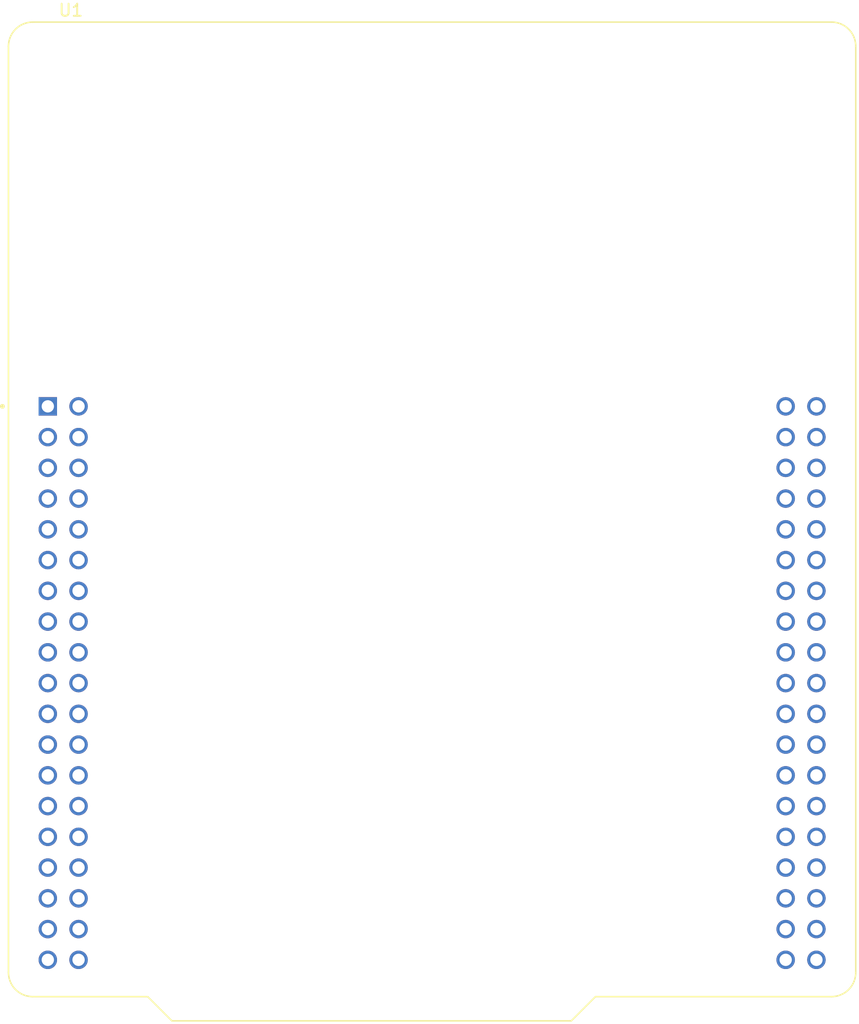
<source format=kicad_pcb>
(kicad_pcb (version 20241229) (generator "pcbnew") (generator_version "9.0")
  (layers (0 "F.Cu" signal) (2 "B.Cu" signal) (13 "F.Paste" user) (15 "B.Paste" user) (5 "F.SilkS" user "F.Silkscreen") (7 "B.SilkS" user "B.Silkscreen") (1 "F.Mask" user) (3 "B.Mask" user) (25 "Edge.Cuts" user))
  (net 0 "")
  (footprint "MyLibrary:MODULE_NUCLEO-F302R8" (layer "F.Cu") (at 124.75 85.29)
    (property "Reference" "U1" (at -29.845 -42.2275 0) (layer "F.SilkS"))
    (property "Value" "NUCLEO-F302R8")
    (fp_line (start -35 -39.25) (end -35 37.25) (stroke (width 0.127)) (layer "F.SilkS"))
    (fp_line (start -33 -41.25) (end 33 -41.25) (stroke (width 0.127)) (layer "F.SilkS"))
    (fp_line (start -33 39.25) (end -23.5 39.25) (stroke (width 0.127)) (layer "F.SilkS"))
    (fp_line (start -23.5 39.25) (end -21.5 41.25) (stroke (width 0.127)) (layer "F.SilkS"))
    (fp_line (start -21.5 41.25) (end 11.5 41.25) (stroke (width 0.127)) (layer "F.SilkS"))
    (fp_line (start 11.5 41.25) (end 13.5 39.25) (stroke (width 0.127)) (layer "F.SilkS"))
    (fp_line (start 13.5 39.25) (end 33 39.25) (stroke (width 0.127)) (layer "F.SilkS"))
    (fp_line (start 35 37.25) (end 35 -39.25) (stroke (width 0.127)) (layer "F.SilkS"))
    (fp_arc (start -35 -39.25) (mid -34.414214 -40.664214) (end -33 -41.25) (stroke (width 0.127)) (layer "F.SilkS"))
    (fp_arc (start -33 39.25) (mid -34.414214 38.664214) (end -35 37.25) (stroke (width 0.127)) (layer "F.SilkS"))
    (fp_arc (start 33 -41.25) (mid 34.414214 -40.664214) (end 35 -39.25) (stroke (width 0.127)) (layer "F.SilkS"))
    (fp_arc (start 35 37.25) (mid 34.414214 38.664214) (end 33 39.25) (stroke (width 0.127)) (layer "F.SilkS"))
    (fp_circle (center -35.5 -9.51) (end -35.4 -9.51) (stroke (width 0.2)) (fill no) (layer "F.SilkS"))
    (pad "" np_thru_hole circle (at -24.13 -13.32) (size 3.2 3.2) (drill 3.2) (layers "*.Cu" "*.Mask"))
    (pad "" np_thru_hole circle (at 8.89 38.75) (size 3.2 3.2) (drill 3.2) (layers "*.Cu" "*.Mask"))
    (pad "" np_thru_hole circle (at 24.13 -12.05) (size 3.2 3.2) (drill 3.2) (layers "*.Cu" "*.Mask"))
    (pad "CN7_1" thru_hole rect (at -31.75 -9.51) (size 1.524 1.524) (drill 1.016) (layers "*.Cu" "*.Mask"))
    (pad "CN7_2" thru_hole circle (at -29.21 -9.51) (size 1.524 1.524) (drill 1.016) (layers "*.Cu" "*.Mask"))
    (pad "CN7_3" thru_hole circle (at -31.75 -6.97) (size 1.524 1.524) (drill 1.016) (layers "*.Cu" "*.Mask"))
    (pad "CN7_4" thru_hole circle (at -29.21 -6.97) (size 1.524 1.524) (drill 1.016) (layers "*.Cu" "*.Mask"))
    (pad "CN7_5" thru_hole circle (at -31.75 -4.43) (size 1.524 1.524) (drill 1.016) (layers "*.Cu" "*.Mask"))
    (pad "CN7_6" thru_hole circle (at -29.21 -4.43) (size 1.524 1.524) (drill 1.016) (layers "*.Cu" "*.Mask"))
    (pad "CN7_7" thru_hole circle (at -31.75 -1.89) (size 1.524 1.524) (drill 1.016) (layers "*.Cu" "*.Mask"))
    (pad "CN7_8" thru_hole circle (at -29.21 -1.89) (size 1.524 1.524) (drill 1.016) (layers "*.Cu" "*.Mask"))
    (pad "CN7_9" thru_hole circle (at -31.75 0.65) (size 1.524 1.524) (drill 1.016) (layers "*.Cu" "*.Mask"))
    (pad "CN7_10" thru_hole circle (at -29.21 0.65) (size 1.524 1.524) (drill 1.016) (layers "*.Cu" "*.Mask"))
    (pad "CN7_11" thru_hole circle (at -31.75 3.19) (size 1.524 1.524) (drill 1.016) (layers "*.Cu" "*.Mask"))
    (pad "CN7_12" thru_hole circle (at -29.21 3.19) (size 1.524 1.524) (drill 1.016) (layers "*.Cu" "*.Mask"))
    (pad "CN7_13" thru_hole circle (at -31.75 5.73) (size 1.524 1.524) (drill 1.016) (layers "*.Cu" "*.Mask"))
    (pad "CN7_14" thru_hole circle (at -29.21 5.73) (size 1.524 1.524) (drill 1.016) (layers "*.Cu" "*.Mask"))
    (pad "CN7_15" thru_hole circle (at -31.75 8.27) (size 1.524 1.524) (drill 1.016) (layers "*.Cu" "*.Mask"))
    (pad "CN7_16" thru_hole circle (at -29.21 8.27) (size 1.524 1.524) (drill 1.016) (layers "*.Cu" "*.Mask"))
    (pad "CN7_17" thru_hole circle (at -31.75 10.81) (size 1.524 1.524) (drill 1.016) (layers "*.Cu" "*.Mask"))
    (pad "CN7_18" thru_hole circle (at -29.21 10.81) (size 1.524 1.524) (drill 1.016) (layers "*.Cu" "*.Mask"))
    (pad "CN7_19" thru_hole circle (at -31.75 13.35) (size 1.524 1.524) (drill 1.016) (layers "*.Cu" "*.Mask"))
    (pad "CN7_20" thru_hole circle (at -29.21 13.35) (size 1.524 1.524) (drill 1.016) (layers "*.Cu" "*.Mask"))
    (pad "CN7_21" thru_hole circle (at -31.75 15.89) (size 1.524 1.524) (drill 1.016) (layers "*.Cu" "*.Mask"))
    (pad "CN7_22" thru_hole circle (at -29.21 15.89) (size 1.524 1.524) (drill 1.016) (layers "*.Cu" "*.Mask"))
    (pad "CN7_23" thru_hole circle (at -31.75 18.43) (size 1.524 1.524) (drill 1.016) (layers "*.Cu" "*.Mask"))
    (pad "CN7_24" thru_hole circle (at -29.21 18.43) (size 1.524 1.524) (drill 1.016) (layers "*.Cu" "*.Mask"))
    (pad "CN7_25" thru_hole circle (at -31.75 20.97) (size 1.524 1.524) (drill 1.016) (layers "*.Cu" "*.Mask"))
    (pad "CN7_26" thru_hole circle (at -29.21 20.97) (size 1.524 1.524) (drill 1.016) (layers "*.Cu" "*.Mask"))
    (pad "CN7_27" thru_hole circle (at -31.75 23.51) (size 1.524 1.524) (drill 1.016) (layers "*.Cu" "*.Mask"))
    (pad "CN7_28" thru_hole circle (at -29.21 23.51) (size 1.524 1.524) (drill 1.016) (layers "*.Cu" "*.Mask"))
    (pad "CN7_29" thru_hole circle (at -31.75 26.05) (size 1.524 1.524) (drill 1.016) (layers "*.Cu" "*.Mask"))
    (pad "CN7_30" thru_hole circle (at -29.21 26.05) (size 1.524 1.524) (drill 1.016) (layers "*.Cu" "*.Mask"))
    (pad "CN7_31" thru_hole circle (at -31.75 28.59) (size 1.524 1.524) (drill 1.016) (layers "*.Cu" "*.Mask"))
    (pad "CN7_32" thru_hole circle (at -29.21 28.59) (size 1.524 1.524) (drill 1.016) (layers "*.Cu" "*.Mask"))
    (pad "CN7_33" thru_hole circle (at -31.75 31.13) (size 1.524 1.524) (drill 1.016) (layers "*.Cu" "*.Mask"))
    (pad "CN7_34" thru_hole circle (at -29.21 31.13) (size 1.524 1.524) (drill 1.016) (layers "*.Cu" "*.Mask"))
    (pad "CN7_35" thru_hole circle (at -31.75 33.67) (size 1.524 1.524) (drill 1.016) (layers "*.Cu" "*.Mask"))
    (pad "CN7_36" thru_hole circle (at -29.21 33.67) (size 1.524 1.524) (drill 1.016) (layers "*.Cu" "*.Mask"))
    (pad "CN7_37" thru_hole circle (at -31.75 36.21) (size 1.524 1.524) (drill 1.016) (layers "*.Cu" "*.Mask"))
    (pad "CN7_38" thru_hole circle (at -29.21 36.21) (size 1.524 1.524) (drill 1.016) (layers "*.Cu" "*.Mask"))
    (pad "CN10_1" thru_hole circle (at 29.21 -9.51) (size 1.524 1.524) (drill 1.016) (layers "*.Cu" "*.Mask"))
    (pad "CN10_2" thru_hole circle (at 31.75 -9.51) (size 1.524 1.524) (drill 1.016) (layers "*.Cu" "*.Mask"))
    (pad "CN10_3" thru_hole circle (at 29.21 -6.97) (size 1.524 1.524) (drill 1.016) (layers "*.Cu" "*.Mask"))
    (pad "CN10_4" thru_hole circle (at 31.75 -6.97) (size 1.524 1.524) (drill 1.016) (layers "*.Cu" "*.Mask"))
    (pad "CN10_5" thru_hole circle (at 29.21 -4.43) (size 1.524 1.524) (drill 1.016) (layers "*.Cu" "*.Mask"))
    (pad "CN10_6" thru_hole circle (at 31.75 -4.43) (size 1.524 1.524) (drill 1.016) (layers "*.Cu" "*.Mask"))
    (pad "CN10_7" thru_hole circle (at 29.21 -1.89) (size 1.524 1.524) (drill 1.016) (layers "*.Cu" "*.Mask"))
    (pad "CN10_8" thru_hole circle (at 31.75 -1.89) (size 1.524 1.524) (drill 1.016) (layers "*.Cu" "*.Mask"))
    (pad "CN10_9" thru_hole circle (at 29.21 0.65) (size 1.524 1.524) (drill 1.016) (layers "*.Cu" "*.Mask"))
    (pad "CN10_10" thru_hole circle (at 31.75 0.65) (size 1.524 1.524) (drill 1.016) (layers "*.Cu" "*.Mask"))
    (pad "CN10_11" thru_hole circle (at 29.21 3.19) (size 1.524 1.524) (drill 1.016) (layers "*.Cu" "*.Mask"))
    (pad "CN10_12" thru_hole circle (at 31.75 3.19) (size 1.524 1.524) (drill 1.016) (layers "*.Cu" "*.Mask"))
    (pad "CN10_13" thru_hole circle (at 29.21 5.73) (size 1.524 1.524) (drill 1.016) (layers "*.Cu" "*.Mask"))
    (pad "CN10_14" thru_hole circle (at 31.75 5.73) (size 1.524 1.524) (drill 1.016) (layers "*.Cu" "*.Mask"))
    (pad "CN10_15" thru_hole circle (at 29.21 8.27) (size 1.524 1.524) (drill 1.016) (layers "*.Cu" "*.Mask"))
    (pad "CN10_16" thru_hole circle (at 31.75 8.27) (size 1.524 1.524) (drill 1.016) (layers "*.Cu" "*.Mask"))
    (pad "CN10_17" thru_hole circle (at 29.21 10.81) (size 1.524 1.524) (drill 1.016) (layers "*.Cu" "*.Mask"))
    (pad "CN10_18" thru_hole circle (at 31.75 10.81) (size 1.524 1.524) (drill 1.016) (layers "*.Cu" "*.Mask"))
    (pad "CN10_19" thru_hole circle (at 29.21 13.35) (size 1.524 1.524) (drill 1.016) (layers "*.Cu" "*.Mask"))
    (pad "CN10_20" thru_hole circle (at 31.75 13.35) (size 1.524 1.524) (drill 1.016) (layers "*.Cu" "*.Mask"))
    (pad "CN10_21" thru_hole circle (at 29.21 15.89) (size 1.524 1.524) (drill 1.016) (layers "*.Cu" "*.Mask"))
    (pad "CN10_22" thru_hole circle (at 31.75 15.89) (size 1.524 1.524) (drill 1.016) (layers "*.Cu" "*.Mask"))
    (pad "CN10_23" thru_hole circle (at 29.21 18.43) (size 1.524 1.524) (drill 1.016) (layers "*.Cu" "*.Mask"))
    (pad "CN10_24" thru_hole circle (at 31.75 18.43) (size 1.524 1.524) (drill 1.016) (layers "*.Cu" "*.Mask"))
    (pad "CN10_25" thru_hole circle (at 29.21 20.97) (size 1.524 1.524) (drill 1.016) (layers "*.Cu" "*.Mask"))
    (pad "CN10_26" thru_hole circle (at 31.75 20.97) (size 1.524 1.524) (drill 1.016) (layers "*.Cu" "*.Mask"))
    (pad "CN10_27" thru_hole circle (at 29.21 23.51) (size 1.524 1.524) (drill 1.016) (layers "*.Cu" "*.Mask"))
    (pad "CN10_28" thru_hole circle (at 31.75 23.51) (size 1.524 1.524) (drill 1.016) (layers "*.Cu" "*.Mask"))
    (pad "CN10_29" thru_hole circle (at 29.21 26.05) (size 1.524 1.524) (drill 1.016) (layers "*.Cu" "*.Mask"))
    (pad "CN10_30" thru_hole circle (at 31.75 26.05) (size 1.524 1.524) (drill 1.016) (layers "*.Cu" "*.Mask"))
    (pad "CN10_31" thru_hole circle (at 29.21 28.59) (size 1.524 1.524) (drill 1.016) (layers "*.Cu" "*.Mask"))
    (pad "CN10_32" thru_hole circle (at 31.75 28.59) (size 1.524 1.524) (drill 1.016) (layers "*.Cu" "*.Mask"))
    (pad "CN10_33" thru_hole circle (at 29.21 31.13) (size 1.524 1.524) (drill 1.016) (layers "*.Cu" "*.Mask"))
    (pad "CN10_34" thru_hole circle (at 31.75 31.13) (size 1.524 1.524) (drill 1.016) (layers "*.Cu" "*.Mask"))
    (pad "CN10_35" thru_hole circle (at 29.21 33.67) (size 1.524 1.524) (drill 1.016) (layers "*.Cu" "*.Mask"))
    (pad "CN10_36" thru_hole circle (at 31.75 33.67) (size 1.524 1.524) (drill 1.016) (layers "*.Cu" "*.Mask"))
    (pad "CN10_37" thru_hole circle (at 29.21 36.21) (size 1.524 1.524) (drill 1.016) (layers "*.Cu" "*.Mask"))
    (pad "CN10_38" thru_hole circle (at 31.75 36.21) (size 1.524 1.524) (drill 1.016) (layers "*.Cu" "*.Mask"))
  )
)
</source>
